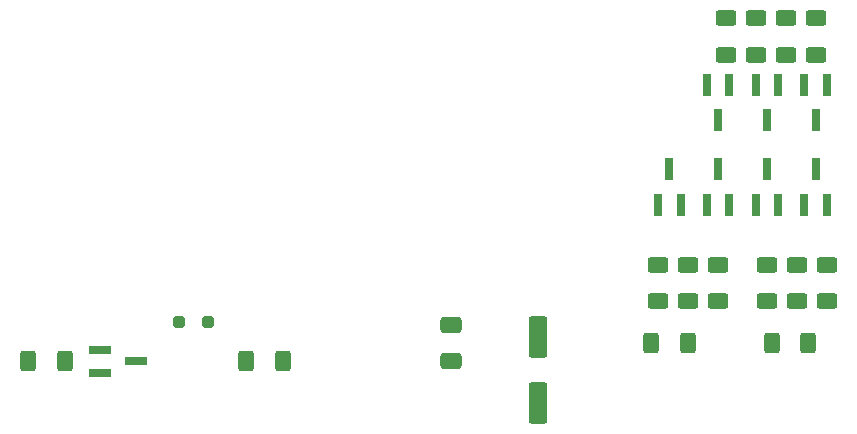
<source format=gbr>
G04 #@! TF.GenerationSoftware,KiCad,Pcbnew,7.0.10-7.0.10~ubuntu22.04.1*
G04 #@! TF.CreationDate,2024-01-08T19:12:50+01:00*
G04 #@! TF.ProjectId,Geiger Counter Mainboard,47656967-6572-4204-936f-756e74657220,1.0*
G04 #@! TF.SameCoordinates,Original*
G04 #@! TF.FileFunction,Paste,Top*
G04 #@! TF.FilePolarity,Positive*
%FSLAX46Y46*%
G04 Gerber Fmt 4.6, Leading zero omitted, Abs format (unit mm)*
G04 Created by KiCad (PCBNEW 7.0.10-7.0.10~ubuntu22.04.1) date 2024-01-08 19:12:50*
%MOMM*%
%LPD*%
G01*
G04 APERTURE LIST*
G04 Aperture macros list*
%AMRoundRect*
0 Rectangle with rounded corners*
0 $1 Rounding radius*
0 $2 $3 $4 $5 $6 $7 $8 $9 X,Y pos of 4 corners*
0 Add a 4 corners polygon primitive as box body*
4,1,4,$2,$3,$4,$5,$6,$7,$8,$9,$2,$3,0*
0 Add four circle primitives for the rounded corners*
1,1,$1+$1,$2,$3*
1,1,$1+$1,$4,$5*
1,1,$1+$1,$6,$7*
1,1,$1+$1,$8,$9*
0 Add four rect primitives between the rounded corners*
20,1,$1+$1,$2,$3,$4,$5,0*
20,1,$1+$1,$4,$5,$6,$7,0*
20,1,$1+$1,$6,$7,$8,$9,0*
20,1,$1+$1,$8,$9,$2,$3,0*%
G04 Aperture macros list end*
%ADD10RoundRect,0.250000X0.400000X0.625000X-0.400000X0.625000X-0.400000X-0.625000X0.400000X-0.625000X0*%
%ADD11RoundRect,0.250000X0.250000X0.250000X-0.250000X0.250000X-0.250000X-0.250000X0.250000X-0.250000X0*%
%ADD12RoundRect,0.250000X0.625000X-0.400000X0.625000X0.400000X-0.625000X0.400000X-0.625000X-0.400000X0*%
%ADD13RoundRect,0.250000X-0.625000X0.400000X-0.625000X-0.400000X0.625000X-0.400000X0.625000X0.400000X0*%
%ADD14RoundRect,0.250000X0.650000X-0.412500X0.650000X0.412500X-0.650000X0.412500X-0.650000X-0.412500X0*%
%ADD15R,0.800000X1.900000*%
%ADD16RoundRect,0.250000X0.550000X-1.500000X0.550000X1.500000X-0.550000X1.500000X-0.550000X-1.500000X0*%
%ADD17R,1.900000X0.800000*%
%ADD18RoundRect,0.250000X-0.400000X-0.625000X0.400000X-0.625000X0.400000X0.625000X-0.400000X0.625000X0*%
G04 APERTURE END LIST*
D10*
X173484138Y-140843417D03*
X170384138Y-140843417D03*
D11*
X132844138Y-139103417D03*
X130344138Y-139103417D03*
D12*
X182694138Y-137313417D03*
X182694138Y-134213417D03*
D13*
X180154138Y-134213417D03*
X180154138Y-137313417D03*
D14*
X153374138Y-142405917D03*
X153374138Y-139280917D03*
D15*
X176974138Y-118973417D03*
X175074138Y-118973417D03*
X176024138Y-121973417D03*
D16*
X160784138Y-145923417D03*
X160784138Y-140323417D03*
D10*
X183659138Y-140843417D03*
X180559138Y-140843417D03*
D12*
X185234138Y-137313417D03*
X185234138Y-134213417D03*
D15*
X175074138Y-129133417D03*
X176974138Y-129133417D03*
X176024138Y-126133417D03*
X183334138Y-129133417D03*
X185234138Y-129133417D03*
X184284138Y-126133417D03*
D17*
X123724138Y-141453417D03*
X123724138Y-143353417D03*
X126724138Y-142403417D03*
D13*
X181744138Y-113333417D03*
X181744138Y-116433417D03*
D18*
X117604138Y-142403417D03*
X120704138Y-142403417D03*
D12*
X173484138Y-137313417D03*
X173484138Y-134213417D03*
D13*
X184284138Y-113333417D03*
X184284138Y-116433417D03*
X176664138Y-113333417D03*
X176664138Y-116433417D03*
D15*
X181104138Y-118973417D03*
X179204138Y-118973417D03*
X180154138Y-121973417D03*
D12*
X176024138Y-137313417D03*
X176024138Y-134213417D03*
D15*
X179204138Y-129133417D03*
X181104138Y-129133417D03*
X180154138Y-126133417D03*
X170944138Y-129133417D03*
X172844138Y-129133417D03*
X171894138Y-126133417D03*
D10*
X139184138Y-142403417D03*
X136084138Y-142403417D03*
D13*
X179204138Y-113333417D03*
X179204138Y-116433417D03*
X170944138Y-134213417D03*
X170944138Y-137313417D03*
D15*
X185234138Y-118973417D03*
X183334138Y-118973417D03*
X184284138Y-121973417D03*
M02*

</source>
